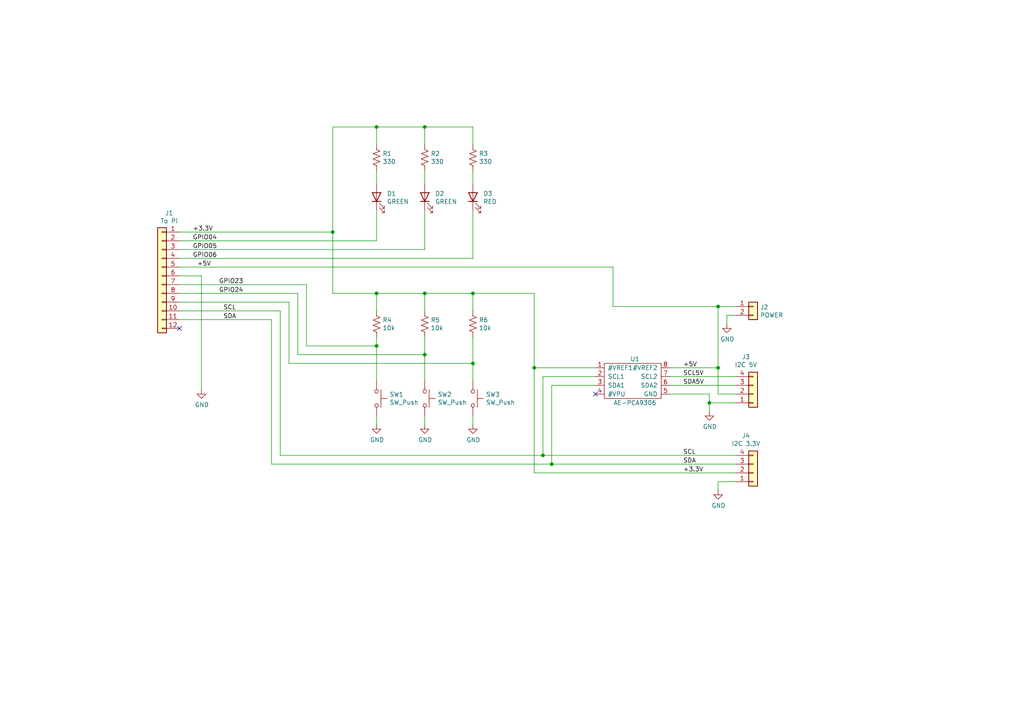
<source format=kicad_sch>
(kicad_sch (version 20211123) (generator eeschema)
  (paper "A4")
  (title_block (title "M915 Pi Generic Interface") (date "2022-04-04") (rev "0.00") (company "AMPSD Kyushu Univ. ") (comment 1 "M.Horimoto"))
  (lib_symbols
    (symbol "Akizuki:AE-PCA9306" (pin_names (offset 1.016))
      (property "Reference" "U" (at 0 8.89 0))
      (property "Value" "AE-PCA9306" (at 0 -6.35 0))
      (symbol "AE-PCA9306_0_1"
        (rectangle (start -8.89 6.35) (end 7.62 -3.81))
      )
      (symbol "AE-PCA9306_1_1"
        (pin power_in line (at -11.43 5.08 0) (length 2.54) (name "#VREF1") (number "1"))
        (pin bidirectional line (at -11.43 2.54 0) (length 2.54) (name "SCL1") (number "2"))
        (pin bidirectional line (at -11.43 0 0) (length 2.54) (name "SDA1") (number "3"))
        (pin power_in line (at -11.43 -2.54 0) (length 2.54) (name "#VPU") (number "4"))
        (pin passive line (at 10.16 -2.54 180) (length 2.54) (name "GND") (number "5"))
        (pin bidirectional line (at 10.16 0 180) (length 2.54) (name "SDA2") (number "6"))
        (pin bidirectional line (at 10.16 2.54 180) (length 2.54) (name "SCL2") (number "7"))
        (pin power_in line (at 10.16 5.08 180) (length 2.54) (name "#VREF2") (number "8"))
      )
    )
    (symbol "Connector_Generic:Conn_01x02" (pin_names (offset 1.016) hide)
      (property "Reference" "J" (at 0 2.54 0))
      (property "Value" "Conn_01x02" (at 0 -5.08 0))
      (symbol "Conn_01x02_1_1"
        (rectangle (start -1.27 -2.413) (end 0 -2.667) (stroke (width 0.1524)))
        (rectangle (start -1.27 0.127) (end 0 -0.127) (stroke (width 0.1524)))
        (rectangle (start -1.27 1.27) (end 1.27 -3.81) (stroke (width 0.254)) (fill (type background)))
        (pin passive line (at -5.08 0 0) (length 3.81) (name "Pin_1") (number "1"))
        (pin passive line (at -5.08 -2.54 0) (length 3.81) (name "Pin_2") (number "2"))
      )
    )
    (symbol "Connector_Generic:Conn_01x04" (pin_names (offset 1.016) hide)
      (property "Reference" "J" (at 0 5.08 0))
      (property "Value" "Conn_01x04" (at 0 -7.62 0))
      (symbol "Conn_01x04_1_1"
        (rectangle (start -1.27 -4.953) (end 0 -5.207) (stroke (width 0.1524)))
        (rectangle (start -1.27 -2.413) (end 0 -2.667) (stroke (width 0.1524)))
        (rectangle (start -1.27 0.127) (end 0 -0.127) (stroke (width 0.1524)))
        (rectangle (start -1.27 2.667) (end 0 2.413) (stroke (width 0.1524)))
        (rectangle (start -1.27 3.81) (end 1.27 -6.35) (stroke (width 0.254)) (fill (type background)))
        (pin passive line (at -5.08 2.54 0) (length 3.81) (name "Pin_1") (number "1"))
        (pin passive line (at -5.08 0 0) (length 3.81) (name "Pin_2") (number "2"))
        (pin passive line (at -5.08 -2.54 0) (length 3.81) (name "Pin_3") (number "3"))
        (pin passive line (at -5.08 -5.08 0) (length 3.81) (name "Pin_4") (number "4"))
      )
    )
    (symbol "Connector_Generic:Conn_01x12" (pin_names (offset 1.016) hide)
      (property "Reference" "J" (at 0 15.24 0))
      (property "Value" "Conn_01x12" (at 0 -17.78 0))
      (symbol "Conn_01x12_1_1"
        (rectangle (start -1.27 -15.113) (end 0 -15.367) (stroke (width 0.1524)))
        (rectangle (start -1.27 -12.573) (end 0 -12.827) (stroke (width 0.1524)))
        (rectangle (start -1.27 -10.033) (end 0 -10.287) (stroke (width 0.1524)))
        (rectangle (start -1.27 -7.493) (end 0 -7.747) (stroke (width 0.1524)))
        (rectangle (start -1.27 -4.953) (end 0 -5.207) (stroke (width 0.1524)))
        (rectangle (start -1.27 -2.413) (end 0 -2.667) (stroke (width 0.1524)))
        (rectangle (start -1.27 0.127) (end 0 -0.127) (stroke (width 0.1524)))
        (rectangle (start -1.27 2.667) (end 0 2.413) (stroke (width 0.1524)))
        (rectangle (start -1.27 5.207) (end 0 4.953) (stroke (width 0.1524)))
        (rectangle (start -1.27 7.747) (end 0 7.493) (stroke (width 0.1524)))
        (rectangle (start -1.27 10.287) (end 0 10.033) (stroke (width 0.1524)))
        (rectangle (start -1.27 12.827) (end 0 12.573) (stroke (width 0.1524)))
        (rectangle (start -1.27 13.97) (end 1.27 -16.51) (stroke (width 0.254)) (fill (type background)))
        (pin passive line (at -5.08 12.7 0) (length 3.81) (name "Pin_1") (number "1"))
        (pin passive line (at -5.08 -10.16 0) (length 3.81) (name "Pin_10") (number "10"))
        (pin passive line (at -5.08 -12.7 0) (length 3.81) (name "Pin_11") (number "11"))
        (pin passive line (at -5.08 -15.24 0) (length 3.81) (name "Pin_12") (number "12"))
        (pin passive line (at -5.08 10.16 0) (length 3.81) (name "Pin_2") (number "2"))
        (pin passive line (at -5.08 7.62 0) (length 3.81) (name "Pin_3") (number "3"))
        (pin passive line (at -5.08 5.08 0) (length 3.81) (name "Pin_4") (number "4"))
        (pin passive line (at -5.08 2.54 0) (length 3.81) (name "Pin_5") (number "5"))
        (pin passive line (at -5.08 0 0) (length 3.81) (name "Pin_6") (number "6"))
        (pin passive line (at -5.08 -2.54 0) (length 3.81) (name "Pin_7") (number "7"))
        (pin passive line (at -5.08 -5.08 0) (length 3.81) (name "Pin_8") (number "8"))
        (pin passive line (at -5.08 -7.62 0) (length 3.81) (name "Pin_9") (number "9"))
      )
    )
    (symbol "Device:LED" (pin_numbers hide) (pin_names (offset 1.016) hide)
      (property "Reference" "D" (at 0 2.54 0))
      (property "Value" "LED" (at 0 -2.54 0))
      (symbol "LED_0_1"
        (polyline (pts (xy -1.27 -1.27) (xy -1.27 1.27)) (stroke (width 0.254)))
        (polyline (pts (xy -1.27 0) (xy 1.27 0)))
        (polyline (pts (xy 1.27 -1.27) (xy 1.27 1.27) (xy -1.27 0) (xy 1.27 -1.27)) (stroke (width 0.254)))
        (polyline (pts (xy -3.048 -0.762) (xy -4.572 -2.286) (xy -3.81 -2.286) (xy -4.572 -2.286) (xy -4.572 -1.524)))
        (polyline (pts (xy -1.778 -0.762) (xy -3.302 -2.286) (xy -2.54 -2.286) (xy -3.302 -2.286) (xy -3.302 -1.524)))
      )
      (symbol "LED_1_1"
        (pin passive line (at -3.81 0 0) (length 2.54) (name "K") (number "1"))
        (pin passive line (at 3.81 0 180) (length 2.54) (name "A") (number "2"))
      )
    )
    (symbol "Device:R_US" (pin_numbers hide) (pin_names (offset 0))
      (property "Reference" "R" (at 2.54 0 90))
      (property "Value" "R_US" (at -2.54 0 90))
      (symbol "R_US_0_1"
        (polyline (pts (xy 0 -2.286) (xy 0 -2.54)))
        (polyline (pts (xy 0 2.286) (xy 0 2.54)))
        (polyline (pts (xy 0 -0.762) (xy 1.016 -1.143) (xy 0 -1.524) (xy -1.016 -1.905) (xy 0 -2.286)))
        (polyline (pts (xy 0 0.762) (xy 1.016 0.381) (xy 0 0) (xy -1.016 -0.381) (xy 0 -0.762)))
        (polyline (pts (xy 0 2.286) (xy 1.016 1.905) (xy 0 1.524) (xy -1.016 1.143) (xy 0 0.762)))
      )
      (symbol "R_US_1_1"
        (pin passive line (at 0 3.81 270) (length 1.27) (name "~") (number "1"))
        (pin passive line (at 0 -3.81 90) (length 1.27) (name "~") (number "2"))
      )
    )
    (symbol "Switch:SW_Push" (pin_numbers hide) (pin_names (offset 1.016) hide)
      (property "Reference" "SW" (at 1.27 2.54 0))
      (property "Value" "SW_Push" (at 0 -1.524 0))
      (symbol "SW_Push_0_1"
        (circle (center -2.032 0) (radius 0.508))
        (polyline (pts (xy 0 1.27) (xy 0 3.048)))
        (polyline (pts (xy 2.54 1.27) (xy -2.54 1.27)))
        (circle (center 2.032 0) (radius 0.508))
        (pin passive line (at -5.08 0 0) (length 2.54) (name "1") (number "1"))
        (pin passive line (at 5.08 0 180) (length 2.54) (name "2") (number "2"))
      )
    )
    (symbol "power:GND" (power) (pin_names (offset 0))
      (property "Value" "GND" (at 0 -3.81 0))
      (symbol "GND_0_1"
        (polyline (pts (xy 0 0) (xy 0 -1.27) (xy 1.27 -1.27) (xy 0 -2.54) (xy -1.27 -1.27) (xy 0 -1.27)))
      )
      (symbol "GND_1_1"
        (pin power_in line (at 0 0 270) (length 0) hide (name "GND") (number "1"))
      )
    )
  )
  (junction (at 154.94 106.68))
  (junction (at 109.22 36.83))
  (junction (at 137.16 105.41))
  (junction (at 205.74 116.84))
  (junction (at 160.02 134.62))
  (junction (at 157.48 132.08))
  (junction (at 96.52 67.31))
  (junction (at 123.19 36.83))
  (junction (at 208.28 106.68))
  (junction (at 123.19 85.09))
  (junction (at 137.16 85.09))
  (junction (at 109.22 100.33))
  (junction (at 123.19 102.87))
  (junction (at 208.28 88.9))
  (junction (at 109.22 85.09))
  (no_connect (at 172.72 114.3))
  (no_connect (at 52.07 95.25))
  (wire (pts (xy 154.94 137.16) (xy 213.36 137.16)))
  (wire (pts (xy 109.22 100.33) (xy 88.9 100.33)))
  (wire (pts (xy 96.52 36.83) (xy 109.22 36.83)))
  (wire (pts (xy 205.74 114.3) (xy 205.74 116.84)))
  (wire (pts (xy 208.28 114.3) (xy 213.36 114.3)))
  (wire (pts (xy 208.28 106.68) (xy 208.28 114.3)))
  (wire (pts (xy 96.52 67.31) (xy 96.52 36.83)))
  (wire (pts (xy 137.16 105.41) (xy 137.16 110.49)))
  (wire (pts (xy 109.22 41.91) (xy 109.22 36.83)))
  (wire (pts (xy 52.07 77.47) (xy 177.8 77.47)))
  (wire (pts (xy 194.31 114.3) (xy 205.74 114.3)))
  (wire (pts (xy 213.36 132.08) (xy 157.48 132.08)))
  (wire (pts (xy 86.36 102.87) (xy 86.36 85.09)))
  (wire (pts (xy 205.74 116.84) (xy 205.74 119.38)))
  (wire (pts (xy 160.02 111.76) (xy 160.02 134.62)))
  (wire (pts (xy 177.8 88.9) (xy 208.28 88.9)))
  (wire (pts (xy 109.22 100.33) (xy 109.22 110.49)))
  (wire (pts (xy 83.82 105.41) (xy 83.82 87.63)))
  (wire (pts (xy 123.19 85.09) (xy 137.16 85.09)))
  (wire (pts (xy 88.9 100.33) (xy 88.9 82.55)))
  (wire (pts (xy 137.16 97.79) (xy 137.16 105.41)))
  (wire (pts (xy 213.36 91.44) (xy 210.82 91.44)))
  (wire (pts (xy 123.19 72.39) (xy 123.19 60.96)))
  (wire (pts (xy 52.07 72.39) (xy 123.19 72.39)))
  (wire (pts (xy 160.02 134.62) (xy 78.74 134.62)))
  (wire (pts (xy 109.22 85.09) (xy 123.19 85.09)))
  (wire (pts (xy 137.16 85.09) (xy 154.94 85.09)))
  (wire (pts (xy 154.94 106.68) (xy 172.72 106.68)))
  (wire (pts (xy 177.8 77.47) (xy 177.8 88.9)))
  (wire (pts (xy 58.42 80.01) (xy 58.42 113.03)))
  (wire (pts (xy 194.31 109.22) (xy 213.36 109.22)))
  (wire (pts (xy 123.19 102.87) (xy 123.19 110.49)))
  (wire (pts (xy 88.9 82.55) (xy 52.07 82.55)))
  (wire (pts (xy 109.22 60.96) (xy 109.22 69.85)))
  (wire (pts (xy 96.52 67.31) (xy 96.52 85.09)))
  (wire (pts (xy 137.16 85.09) (xy 137.16 90.17)))
  (wire (pts (xy 109.22 36.83) (xy 123.19 36.83)))
  (wire (pts (xy 154.94 85.09) (xy 154.94 106.68)))
  (wire (pts (xy 157.48 132.08) (xy 81.28 132.08)))
  (wire (pts (xy 109.22 97.79) (xy 109.22 100.33)))
  (wire (pts (xy 137.16 49.53) (xy 137.16 53.34)))
  (wire (pts (xy 210.82 91.44) (xy 210.82 93.98)))
  (wire (pts (xy 109.22 120.65) (xy 109.22 123.19)))
  (wire (pts (xy 208.28 139.7) (xy 208.28 142.24)))
  (wire (pts (xy 81.28 132.08) (xy 81.28 90.17)))
  (wire (pts (xy 78.74 134.62) (xy 78.74 92.71)))
  (wire (pts (xy 137.16 74.93) (xy 52.07 74.93)))
  (wire (pts (xy 96.52 85.09) (xy 109.22 85.09)))
  (wire (pts (xy 123.19 120.65) (xy 123.19 123.19)))
  (wire (pts (xy 137.16 105.41) (xy 83.82 105.41)))
  (wire (pts (xy 123.19 90.17) (xy 123.19 85.09)))
  (wire (pts (xy 213.36 116.84) (xy 205.74 116.84)))
  (wire (pts (xy 137.16 120.65) (xy 137.16 123.19)))
  (wire (pts (xy 208.28 88.9) (xy 208.28 106.68)))
  (wire (pts (xy 194.31 106.68) (xy 208.28 106.68)))
  (wire (pts (xy 123.19 102.87) (xy 86.36 102.87)))
  (wire (pts (xy 86.36 85.09) (xy 52.07 85.09)))
  (wire (pts (xy 83.82 87.63) (xy 52.07 87.63)))
  (wire (pts (xy 208.28 88.9) (xy 213.36 88.9)))
  (wire (pts (xy 172.72 109.22) (xy 157.48 109.22)))
  (wire (pts (xy 52.07 80.01) (xy 58.42 80.01)))
  (wire (pts (xy 154.94 106.68) (xy 154.94 137.16)))
  (wire (pts (xy 78.74 92.71) (xy 52.07 92.71)))
  (wire (pts (xy 123.19 97.79) (xy 123.19 102.87)))
  (wire (pts (xy 123.19 41.91) (xy 123.19 36.83)))
  (wire (pts (xy 109.22 90.17) (xy 109.22 85.09)))
  (wire (pts (xy 109.22 49.53) (xy 109.22 53.34)))
  (wire (pts (xy 157.48 109.22) (xy 157.48 132.08)))
  (wire (pts (xy 137.16 60.96) (xy 137.16 74.93)))
  (wire (pts (xy 123.19 36.83) (xy 137.16 36.83)))
  (wire (pts (xy 194.31 111.76) (xy 213.36 111.76)))
  (wire (pts (xy 52.07 67.31) (xy 96.52 67.31)))
  (wire (pts (xy 137.16 41.91) (xy 137.16 36.83)))
  (wire (pts (xy 213.36 134.62) (xy 160.02 134.62)))
  (wire (pts (xy 109.22 69.85) (xy 52.07 69.85)))
  (wire (pts (xy 213.36 139.7) (xy 208.28 139.7)))
  (wire (pts (xy 172.72 111.76) (xy 160.02 111.76)))
  (wire (pts (xy 81.28 90.17) (xy 52.07 90.17)))
  (wire (pts (xy 123.19 49.53) (xy 123.19 53.34)))
  (label "SDA" (at 198.12 134.62 0))
  (label "SDA" (at 64.77 92.71 0))
  (label "SCL" (at 198.12 132.08 0))
  (label "SCL" (at 64.77 90.17 0))
  (label "+3.3V" (at 55.88 67.31 0))
  (label "+5V" (at 198.12 106.68 0))
  (label "GPIO24" (at 63.5 85.09 0))
  (label "SCL5V" (at 198.12 109.22 0))
  (label "GPIO05" (at 55.88 72.39 0))
  (label "+3.3V" (at 198.12 137.16 0))
  (label "+5V" (at 57.15 77.47 0))
  (label "GPIO04" (at 55.88 69.85 0))
  (label "GPIO06" (at 55.88 74.93 0))
  (label "SDA5V" (at 198.12 111.76 0))
  (label "GPIO23" (at 63.5 82.55 0))
  (symbol (lib_id "Connector_Generic:Conn_01x12") (at 46.99 80.01 0) (mirror y) (unit 1)
    (property "Reference" "J1" (at 49.0728 61.7982 0))
    (property "Value" "To Pi" (at 49.0728 64.1096 0))
    (property "Footprint" "Connector_JST:JST_XH_B12B-XH-A_1x12_P2.50mm_Vertical" (effects hide))
  )
  (symbol (lib_id "Device:LED") (at 109.22 57.15 90) (unit 1)
    (property "Reference" "D1" (at 112.2172 56.1594 90) (effects (justify right)))
    (property "Value" "GREEN" (at 112.2172 58.4708 90) (effects (justify right)))
    (property "Footprint" "LED_THT:LED_D3.0mm" (effects hide))
  )
  (symbol (lib_id "Device:LED") (at 123.19 57.15 90) (unit 1)
    (property "Reference" "D2" (at 126.1872 56.1594 90) (effects (justify right)))
    (property "Value" "GREEN" (at 126.1872 58.4708 90) (effects (justify right)))
    (property "Footprint" "LED_THT:LED_D3.0mm" (effects hide))
  )
  (symbol (lib_id "Device:LED") (at 137.16 57.15 90) (unit 1)
    (property "Reference" "D3" (at 140.1572 56.1594 90) (effects (justify right)))
    (property "Value" "RED" (at 140.1572 58.4708 90) (effects (justify right)))
    (property "Footprint" "LED_THT:LED_D3.0mm" (effects hide))
  )
  (symbol (lib_id "Device:R_US") (at 109.22 45.72 0) (unit 1)
    (property "Reference" "R1" (at 110.9472 44.5516 0) (effects (justify left)))
    (property "Value" "330" (at 110.9472 46.863 0) (effects (justify left)))
    (property "Footprint" "Resistor_THT:R_Axial_DIN0309_L9.0mm_D3.2mm_P12.70mm_Horizontal" (effects hide))
  )
  (symbol (lib_id "Device:R_US") (at 123.19 45.72 0) (unit 1)
    (property "Reference" "R2" (at 124.9172 44.5516 0) (effects (justify left)))
    (property "Value" "330" (at 124.9172 46.863 0) (effects (justify left)))
    (property "Footprint" "Resistor_THT:R_Axial_DIN0309_L9.0mm_D3.2mm_P12.70mm_Horizontal" (effects hide))
  )
  (symbol (lib_id "Device:R_US") (at 137.16 45.72 0) (unit 1)
    (property "Reference" "R3" (at 138.8872 44.5516 0) (effects (justify left)))
    (property "Value" "330" (at 138.8872 46.863 0) (effects (justify left)))
    (property "Footprint" "Resistor_THT:R_Axial_DIN0309_L9.0mm_D3.2mm_P12.70mm_Horizontal" (effects hide))
  )
  (symbol (lib_id "Device:R_US") (at 109.22 93.98 0) (unit 1)
    (property "Reference" "R4" (at 110.9472 92.8116 0) (effects (justify left)))
    (property "Value" "10k" (at 110.9472 95.123 0) (effects (justify left)))
    (property "Footprint" "Resistor_THT:R_Axial_DIN0309_L9.0mm_D3.2mm_P12.70mm_Horizontal" (effects hide))
  )
  (symbol (lib_id "Device:R_US") (at 123.19 93.98 0) (unit 1)
    (property "Reference" "R5" (at 124.9172 92.8116 0) (effects (justify left)))
    (property "Value" "10k" (at 124.9172 95.123 0) (effects (justify left)))
    (property "Footprint" "Resistor_THT:R_Axial_DIN0309_L9.0mm_D3.2mm_P12.70mm_Horizontal" (effects hide))
  )
  (symbol (lib_id "Device:R_US") (at 137.16 93.98 0) (unit 1)
    (property "Reference" "R6" (at 138.8872 92.8116 0) (effects (justify left)))
    (property "Value" "10k" (at 138.8872 95.123 0) (effects (justify left)))
    (property "Footprint" "Resistor_THT:R_Axial_DIN0309_L9.0mm_D3.2mm_P12.70mm_Horizontal" (effects hide))
  )
  (symbol (lib_id "Connector_Generic:Conn_01x02") (at 218.44 88.9 0) (unit 1)
    (property "Reference" "J2" (at 220.472 89.1032 0) (effects (justify left)))
    (property "Value" "POWER" (at 220.472 91.4146 0) (effects (justify left)))
    (property "Footprint" "Connector_JST:JST_XH_B2B-XH-A_1x02_P2.50mm_Vertical" (effects hide))
  )
  (symbol (lib_id "Connector_Generic:Conn_01x04") (at 218.44 114.3 0) (mirror x) (unit 1)
    (property "Reference" "J3" (at 216.3572 103.505 0))
    (property "Value" "I2C 5V" (at 216.3572 105.8164 0))
    (property "Footprint" "Connector_JST:JST_XH_B4B-XH-A_1x04_P2.50mm_Vertical" (effects hide))
  )
  (symbol (lib_id "Switch:SW_Push") (at 109.22 115.57 270) (unit 1)
    (property "Reference" "SW1" (at 112.9792 114.4016 90) (effects (justify left)))
    (property "Value" "SW_Push" (at 112.9792 116.713 90) (effects (justify left)))
    (property "Footprint" "HOLLY:TVDT18-050" (effects hide))
  )
  (symbol (lib_id "Switch:SW_Push") (at 123.19 115.57 270) (unit 1)
    (property "Reference" "SW2" (at 126.9492 114.4016 90) (effects (justify left)))
    (property "Value" "SW_Push" (at 126.9492 116.713 90) (effects (justify left)))
    (property "Footprint" "HOLLY:TVDT18-050" (effects hide))
  )
  (symbol (lib_id "Switch:SW_Push") (at 137.16 115.57 270) (unit 1)
    (property "Reference" "SW3" (at 140.9192 114.4016 90) (effects (justify left)))
    (property "Value" "SW_Push" (at 140.9192 116.713 90) (effects (justify left)))
    (property "Footprint" "HOLLY:TVDT18-050" (effects hide))
  )
  (symbol (lib_id "Connector_Generic:Conn_01x04") (at 218.44 137.16 0) (mirror x) (unit 1)
    (property "Reference" "J4" (at 216.3572 126.365 0))
    (property "Value" "I2C 3.3V" (at 216.3572 128.6764 0))
    (property "Footprint" "Connector_JST:JST_XH_B4B-XH-A_1x04_P2.50mm_Vertical" (effects hide))
  )
  (symbol (lib_id "power:GND") (at 58.42 113.03 0) (unit 1)
    (property "Reference" "#PWR0101" (effects hide))
    (property "Value" "GND" (at 58.547 117.4242 0))
  )
  (symbol (lib_id "power:GND") (at 210.82 93.98 0) (unit 1)
    (property "Reference" "#PWR0102" (effects hide))
    (property "Value" "GND" (at 210.947 98.3742 0))
  )
  (symbol (lib_id "power:GND") (at 205.74 119.38 0) (unit 1)
    (property "Reference" "#PWR0103" (effects hide))
    (property "Value" "GND" (at 205.867 123.7742 0))
  )
  (symbol (lib_id "power:GND") (at 208.28 142.24 0) (unit 1)
    (property "Reference" "#PWR0104" (effects hide))
    (property "Value" "GND" (at 208.407 146.6342 0))
  )
  (symbol (lib_id "power:GND") (at 137.16 123.19 0) (unit 1)
    (property "Reference" "#PWR0105" (effects hide))
    (property "Value" "GND" (at 137.287 127.5842 0))
  )
  (symbol (lib_id "power:GND") (at 123.19 123.19 0) (unit 1)
    (property "Reference" "#PWR0106" (effects hide))
    (property "Value" "GND" (at 123.317 127.5842 0))
  )
  (symbol (lib_id "power:GND") (at 109.22 123.19 0) (unit 1)
    (property "Reference" "#PWR0107" (effects hide))
    (property "Value" "GND" (at 109.347 127.5842 0))
  )
  (symbol (lib_id "Akizuki:AE-PCA9306") (at 184.15 111.76 0) (unit 1)
    (property "Reference" "U1" (at 184.15 104.14 0))
    (property "Value" "AE-PCA9306" (at 184.15 116.84 0))
    (property "Footprint" "Akizuki:AE-PCA9306" (effects hide))
  )
)
</source>
